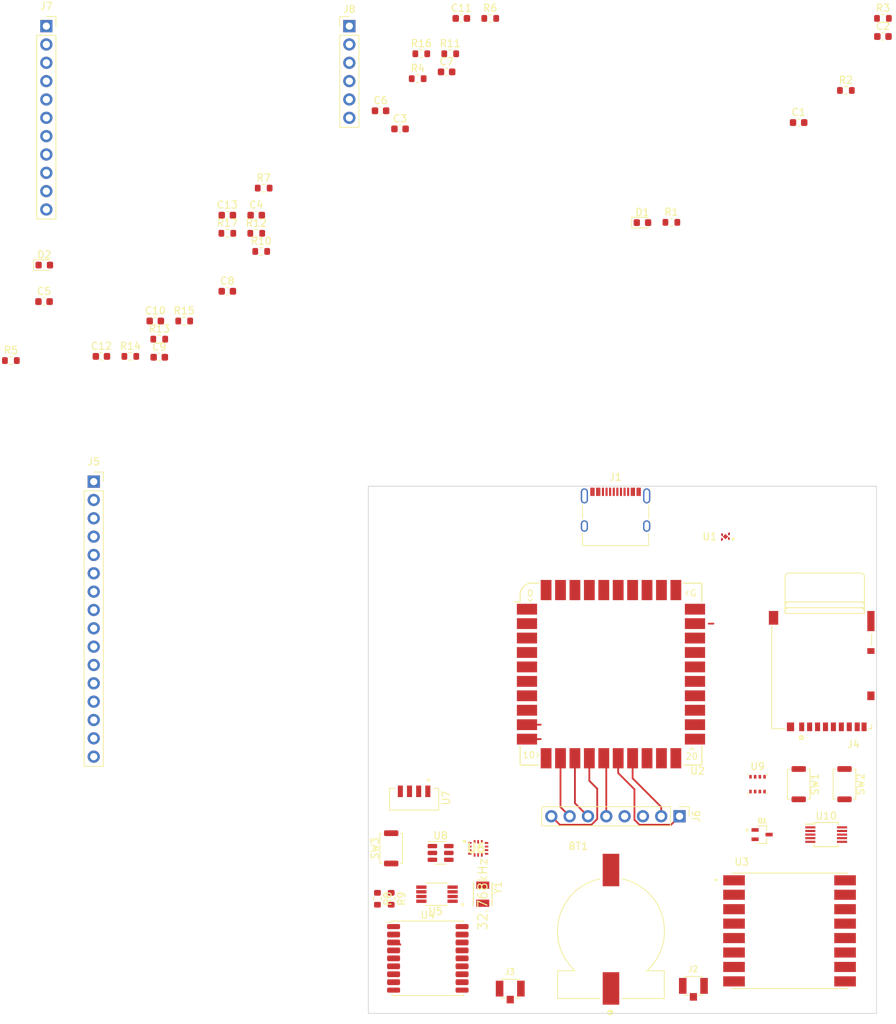
<source format=kicad_pcb>
(kicad_pcb (version 20211014) (generator pcbnew)
  (layers (0 "F.Cu" signal) (31 "B.Cu" signal) (34 "B.Paste" user) (35 "F.Paste" user) (36 "B.SilkS" user "B.Silkscreen") (37 "F.SilkS" user "F.Silkscreen") (38 "B.Mask" user) (39 "F.Mask" user) (44 "Edge.Cuts" user))
  (net 0 "")
  (net 1 "+BATT")
  (net 2 "GND")
  (net 3 "3V3_REG")
  (net 4 "VBUS")
  (net 5 "Net-(C13-Pad1)")
  (net 6 "Net-(C13-Pad2)")
  (net 7 "Net-(D1-Pad1)")
  (net 8 "Net-(D2-Pad1)")
  (net 9 "TIMEPULSE")
  (net 10 "Net-(J1-PadA5)")
  (net 11 "USB_D+")
  (net 12 "USB_D-")
  (net 14 "Net-(J1-PadB5)")
  (net 16 "Net-(J2-Pad2)")
  (net 17 "Net-(J3-Pad2)")
  (net 18 "SDIO_DAT2")
  (net 19 "SDIO_DAT3")
  (net 20 "SDIO_CMD")
  (net 21 "SDIO_CLK")
  (net 22 "SDIO_DAT0")
  (net 23 "SDIO_DAT1")
  (net 24 "PWR_SDA")
  (net 25 "CAM_SCL")
  (net 26 "IMU_SDA")
  (net 27 "IMU_SCL")
  (net 28 "CAM_SCK")
  (net 29 "CAM_MISO")
  (net 30 "CAM_MOSI")
  (net 31 "CAM_CS")
  (net 32 "GNSS_RX")
  (net 33 "GNSS_TX")
  (net 34 "RFM_RESET")
  (net 35 "RFM_CS")
  (net 36 "Net-(R8-Pad2)")
  (net 37 "Net-(R9-Pad2)")
  (net 38 "Net-(SW1-Pad1)")
  (net 39 "Net-(SW2-Pad1)")
  (net 40 "Net-(SW3-Pad2)")
  (net 41 "unconnected-(U2-Pad32)")
  (net 56 "Net-(U5-Pad1)")
  (net 57 "Net-(U5-Pad2)")
  (net 63 "PWR_SCL")
  (net 64 "LTR_SDA")
  (net 65 "LTR_SCL")
  (net 66 "CAM_SDA")
  (net 67 "MAG_SDA")
  (net 68 "MAG_SCL")
  (net 69 "RTC_SDA")
  (net 70 "RTC_SCL")
  (net 71 "GNSS_SDA")
  (net 72 "GNSS_SCL")
  (net 73 "BME_SDA")
  (net 74 "BME_SCL")
  (footprint "S8411-45R:BAT_S8411-45R" (layer "F.Cu") (at 163.195 151.13)
    (fp_text reference "BT1" (at -4.545 -11.74) (layer "F.SilkS"))
    (fp_text value "S8411-45R")
    (pad "" np_thru_hole circle locked (at 0 3.725) (size 1.3 1.3) (drill 1.3) (layers *.Cu *.Mask))
    (pad "" np_thru_hole circle locked (at 0 -3.725) (size 1.05 1.05) (drill 1.05) (layers *.Cu *.Mask))
    (pad "N" smd rect locked (at 0 -8.425 90) (size 4.5 2.3) (layers "F.Cu" "F.Paste" "F.Mask") (net 2 "GND"))
    (pad "P" smd rect locked (at 0 7.975 90) (size 4.5 2.3) (layers "F.Cu" "F.Paste" "F.Mask") (net 1 "+BATT"))
  )
  (footprint "Connector_USB:USB_C_Receptacle_XKB_U262-16XN-4BVC11" (layer "F.Cu") (at 163.83 93.98)
    (fp_text reference "J1" (at 0 -5.715) (layer "F.SilkS"))
    (fp_text value "USB_C_Receptacle_USB2.0" hide)
    (pad "" np_thru_hole circle (at 2.89 -2.605) (size 0.65 0.65) (drill 0.65) (layers *.Cu *.Mask))
    (pad "" np_thru_hole circle (at -2.89 -2.605) (size 0.65 0.65) (drill 0.65) (layers *.Cu *.Mask))
    (pad "A1" smd rect (at -3.35 -3.67) (size 0.3 1.15) (layers "F.Cu" "F.Paste" "F.Mask") (net 2 "GND"))
    (pad "A4" smd rect (at -2.55 -3.67) (size 0.3 1.15) (layers "F.Cu" "F.Paste" "F.Mask") (net 4 "VBUS"))
    (pad "A5" smd rect (at -1.25 -3.67) (size 0.3 1.15) (layers "F.Cu" "F.Paste" "F.Mask") (net 10 "Net-(J1-PadA5)"))
    (pad "A6" smd rect (at -0.25 -3.67) (size 0.3 1.15) (layers "F.Cu" "F.Paste" "F.Mask") (net 11 "USB_D+"))
    (pad "A7" smd rect (at 0.25 -3.67) (size 0.3 1.15) (layers "F.Cu" "F.Paste" "F.Mask") (net 12 "USB_D-"))
    (pad "A8" smd rect (at 1.25 -3.67) (size 0.3 1.15) (layers "F.Cu" "F.Paste" "F.Mask"))
    (pad "A9" smd rect (at 2.55 -3.67) (size 0.3 1.15) (layers "F.Cu" "F.Paste" "F.Mask") (net 4 "VBUS"))
    (pad "A12" smd rect (at 3.35 -3.67) (size 0.3 1.15) (layers "F.Cu" "F.Paste" "F.Mask") (net 2 "GND"))
    (pad "B1" smd rect (at 3.05 -3.67) (size 0.3 1.15) (layers "F.Cu" "F.Paste" "F.Mask") (net 2 "GND"))
    (pad "B4" smd rect (at 2.25 -3.67) (size 0.3 1.15) (layers "F.Cu" "F.Paste" "F.Mask") (net 4 "VBUS"))
    (pad "B5" smd rect (at 1.75 -3.67) (size 0.3 1.15) (layers "F.Cu" "F.Paste" "F.Mask") (net 14 "Net-(J1-PadB5)"))
    (pad "B6" smd rect (at 0.75 -3.67) (size 0.3 1.15) (layers "F.Cu" "F.Paste" "F.Mask") (net 11 "USB_D+"))
    (pad "B7" smd rect (at -0.75 -3.67) (size 0.3 1.15) (layers "F.Cu" "F.Paste" "F.Mask") (net 12 "USB_D-"))
    (pad "B8" smd rect (at -1.75 -3.67) (size 0.3 1.15) (layers "F.Cu" "F.Paste" "F.Mask"))
    (pad "B9" smd rect (at -2.25 -3.67) (size 0.3 1.15) (layers "F.Cu" "F.Paste" "F.Mask") (net 4 "VBUS"))
    (pad "B12" smd rect (at -3.05 -3.67) (size 0.3 1.15) (layers "F.Cu" "F.Paste" "F.Mask") (net 2 "GND"))
    (pad "S1" thru_hole oval (at 4.32 -3.105) (size 1 2.1) (drill oval 0.6 1.7) (layers *.Cu *.Mask) (net 2 "GND"))
    (pad "S1" thru_hole oval (at -4.32 1.075) (size 1 1.6) (drill oval 0.6 1.2) (layers *.Cu *.Mask) (net 2 "GND"))
    (pad "S1" thru_hole oval (at -4.32 -3.105) (size 1 2.1) (drill oval 0.6 1.7) (layers *.Cu *.Mask) (net 2 "GND"))
    (pad "S1" thru_hole oval (at 4.32 1.075) (size 1 1.6) (drill oval 0.6 1.2) (layers *.Cu *.Mask) (net 2 "GND"))
  )
  (footprint "Capacitor_SMD:C_0603_1608Metric" (layer "F.Cu") (at 109.99 51.99)
    (fp_text reference "C13" (at 0 -1.43) (layer "F.SilkS"))
    (fp_text value "470pF")
    (pad "1" smd roundrect (at -0.775 0) (size 0.9 0.95) (layers "F.Cu" "F.Paste" "F.Mask") (net 5 "Net-(C13-Pad1)"))
    (pad "2" smd roundrect (at 0.775 0) (size 0.9 0.95) (layers "F.Cu" "F.Paste" "F.Mask") (net 6 "Net-(C13-Pad2)"))
  )
  (footprint "Resistor_SMD:R_0603_1608Metric" (layer "F.Cu") (at 146.45 24.73)
    (fp_text reference "R6" (at 0 -1.43) (layer "F.SilkS"))
    (fp_text value "10k")
    (pad "1" smd roundrect (at -0.825 0) (size 0.8 0.95) (layers "F.Cu" "F.Paste" "F.Mask") (net 3 "3V3_REG"))
    (pad "2" smd roundrect (at 0.825 0) (size 0.8 0.95) (layers "F.Cu" "F.Paste" "F.Mask") (net 72 "GNSS_SCL"))
  )
  (footprint "Connector_PinHeader_2.54mm:PinHeader_1x08_P2.54mm_Vertical" (layer "F.Cu") (at 172.705 135.255 -90)
    (fp_text reference "J6" (at 0 -2.33 90) (layer "F.SilkS"))
    (fp_text value "Arducam")
    (pad "1" thru_hole rect (at 0 0 270) (size 1.7 1.7) (drill 1) (layers *.Cu *.Mask) (net 25 "CAM_SCL"))
    (pad "2" thru_hole oval (at 0 2.54 270) (size 1.7 1.7) (drill 1) (layers *.Cu *.Mask) (net 66 "CAM_SDA"))
    (pad "3" thru_hole oval (at 0 5.08 270) (size 1.7 1.7) (drill 1) (layers *.Cu *.Mask) (net 3 "3V3_REG"))
    (pad "4" thru_hole oval (at 0 7.62 270) (size 1.7 1.7) (drill 1) (layers *.Cu *.Mask) (net 2 "GND"))
    (pad "5" thru_hole oval (at 0 10.16 270) (size 1.7 1.7) (drill 1) (layers *.Cu *.Mask) (net 28 "CAM_SCK"))
    (pad "6" thru_hole oval (at 0 12.7 270) (size 1.7 1.7) (drill 1) (layers *.Cu *.Mask) (net 29 "CAM_MISO"))
    (pad "7" thru_hole oval (at 0 15.24 270) (size 1.7 1.7) (drill 1) (layers *.Cu *.Mask) (net 30 "CAM_MOSI"))
    (pad "8" thru_hole oval (at 0 17.78 270) (size 1.7 1.7) (drill 1) (layers *.Cu *.Mask) (net 31 "CAM_CS"))
  )
  (footprint "eec:Abracon-ABS07-120-0-0-MFG" (layer "F.Cu") (at 145.415 146.05 -90)
    (fp_text reference "Y1" (at -1.9 -2.125 90) (layer "F.SilkS") (effects (justify right)))
    (fp_text value "32.768kHz" (at 0 0 90) (layer "F.SilkS") (effects (font (size 1.27 1.27))))
    (pad "1" smd rect locked (at -1.25 0 270) (size 1 1.8) (layers "F.Cu" "F.Paste" "F.Mask") (net 57 "Net-(U5-Pad2)"))
    (pad "2" smd rect locked (at 1.25 0 270) (size 1 1.8) (layers "F.Cu" "F.Paste" "F.Mask") (net 56 "Net-(U5-Pad1)"))
  )
  (footprint "Capacitor_SMD:C_0603_1608Metric" (layer "F.Cu") (at 109.99 62.53)
    (fp_text reference "C8" (at 0 -1.43) (layer "F.SilkS"))
    (fp_text value "100nF")
    (pad "1" smd roundrect (at -0.775 0) (size 0.9 0.95) (layers "F.Cu" "F.Paste" "F.Mask") (net 2 "GND"))
    (pad "2" smd roundrect (at 0.775 0) (size 0.9 0.95) (layers "F.Cu" "F.Paste" "F.Mask") (net 3 "3V3_REG"))
  )
  (footprint "Resistor_SMD:R_0603_1608Metric" (layer "F.Cu") (at 96.54 71.55)
    (fp_text reference "R14" (at 0 -1.43) (layer "F.SilkS"))
    (fp_text value "10k")
    (pad "1" smd roundrect (at -0.825 0) (size 0.8 0.95) (layers "F.Cu" "F.Paste" "F.Mask") (net 3 "3V3_REG"))
    (pad "2" smd roundrect (at 0.825 0) (size 0.8 0.95) (layers "F.Cu" "F.Paste" "F.Mask") (net 67 "MAG_SDA"))
  )
  (footprint "Package_SO:MSOP-10_3x3mm_P0.5mm" (layer "F.Cu") (at 193.04 137.795)
    (fp_text reference "U10" (at 0 -2.6) (layer "F.SilkS"))
    (fp_text value "LTC2990")
    (pad "1" smd rect (at -2.2 -1) (size 1.4 0.3) (layers "F.Cu" "F.Paste" "F.Mask") (net 3 "3V3_REG"))
    (pad "2" smd rect (at -2.2 -0.5) (size 1.4 0.3) (layers "F.Cu" "F.Paste" "F.Mask") (net 3 "3V3_REG"))
    (pad "3" smd rect (at -2.2 0) (size 1.4 0.3) (layers "F.Cu" "F.Paste" "F.Mask") (net 5 "Net-(C13-Pad1)"))
    (pad "4" smd rect (at -2.2 0.5) (size 1.4 0.3) (layers "F.Cu" "F.Paste" "F.Mask") (net 6 "Net-(C13-Pad2)"))
    (pad "5" smd rect (at -2.2 1) (size 1.4 0.3) (layers "F.Cu" "F.Paste" "F.Mask") (net 2 "GND"))
    (pad "6" smd rect (at 2.2 1) (size 1.4 0.3) (layers "F.Cu" "F.Paste" "F.Mask") (net 24 "PWR_SDA"))
    (pad "7" smd rect (at 2.2 0.5) (size 1.4 0.3) (layers "F.Cu" "F.Paste" "F.Mask") (net 63 "PWR_SCL"))
    (pad "8" smd rect (at 2.2 0) (size 1.4 0.3) (layers "F.Cu" "F.Paste" "F.Mask") (net 2 "GND"))
    (pad "9" smd rect (at 2.2 -0.5) (size 1.4 0.3) (layers "F.Cu" "F.Paste" "F.Mask") (net 2 "GND"))
    (pad "10" smd rect (at 2.2 -1) (size 1.4 0.3) (layers "F.Cu" "F.Paste" "F.Mask") (net 3 "3V3_REG"))
  )
  (footprint "ISM330DHCXTR:LGA-14_2.5X3X0.86_" (layer "F.Cu") (at 144.78 139.7)
    (fp_text reference "U6" (at -0.29 -0.006) (layer "F.SilkS") (effects (font (size 1.27 1.27) (thickness 0.254))))
    (fp_text value "ISM330DHCXTR" hide)
    (pad "1" smd rect locked (at -1.1625 -0.75 90) (size 0.25 0.475) (layers "F.Cu" "F.Paste" "F.Mask") (net 2 "GND"))
    (pad "2" smd rect locked (at -1.1625 -0.25 90) (size 0.25 0.475) (layers "F.Cu" "F.Paste" "F.Mask") (net 2 "GND"))
    (pad "3" smd rect locked (at -1.1625 0.25 90) (size 0.25 0.475) (layers "F.Cu" "F.Paste" "F.Mask") (net 2 "GND"))
    (pad "4" smd rect locked (at -1.1625 0.75 90) (size 0.25 0.475) (layers "F.Cu" "F.Paste" "F.Mask"))
    (pad "5" smd rect locked (at -0.5 0.9125) (size 0.25 0.475) (layers "F.Cu" "F.Paste" "F.Mask") (net 3 "3V3_REG"))
    (pad "6" smd rect locked (at 0 0.9125) (size 0.25 0.475) (layers "F.Cu" "F.Paste" "F.Mask") (net 2 "GND"))
    (pad "7" smd rect locked (at 0.5 0.9125) (size 0.25 0.475) (layers "F.Cu" "F.Paste" "F.Mask") (net 2 "GND"))
    (pad "8" smd rect locked (at 1.1625 0.75 90) (size 0.25 0.475) (layers "F.Cu" "F.Paste" "F.Mask") (net 3 "3V3_REG"))
    (pad "9" smd rect locked (at 1.1625 0.25 90) (size 0.25 0.475) (layers "F.Cu" "F.Paste" "F.Mask"))
    (pad "10" smd rect locked (at 1.1625 -0.25 90) (size 0.25 0.475) (layers "F.Cu" "F.Paste" "F.Mask"))
    (pad "11" smd rect locked (at 1.1625 -0.75 90) (size 0.25 0.475) (layers "F.Cu" "F.Paste" "F.Mask"))
    (pad "12" smd rect locked (at 0.5 -0.9125) (size 0.25 0.475) (layers "F.Cu" "F.Paste" "F.Mask") (net 3 "3V3_REG"))
    (pad "13" smd rect locked (at 0 -0.9125) (size 0.25 0.475) (layers "F.Cu" "F.Paste" "F.Mask") (net 27 "IMU_SCL"))
    (pad "14" smd rect locked (at -0.5 -0.9125) (size 0.25 0.475) (layers "F.Cu" "F.Paste" "F.Mask") (net 26 "IMU_SDA"))
  )
  (footprint "Resistor_SMD:R_0603_1608Metric" (layer "F.Cu") (at 195.77 34.71)
    (fp_text reference "R2" (at 0 -1.43) (layer "F.SilkS"))
    (fp_text value "5.1K")
    (pad "1" smd roundrect (at -0.825 0) (size 0.8 0.95) (layers "F.Cu" "F.Paste" "F.Mask") (net 10 "Net-(J1-PadA5)"))
    (pad "2" smd roundrect (at 0.825 0) (size 0.8 0.95) (layers "F.Cu" "F.Paste" "F.Mask") (net 2 "GND"))
  )
  (footprint "u.fl:HRS_U.FL-R-SMT-1(10)" (layer "F.Cu") (at 174.625 158.75)
    (fp_text reference "J2" (at -0.060105 -2.311695) (layer "F.SilkS") (effects (font (size 0.801283 0.801283))))
    (fp_text value "Radio u.fl")
    (pad "1" smd rect locked (at -1.475 0) (size 1.05 2.2) (layers "F.Cu" "F.Paste" "F.Mask") (net 2 "GND"))
    (pad "2" smd rect locked (at 0 1.525) (size 1 1.05) (layers "F.Cu" "F.Paste" "F.Mask") (net 16 "Net-(J2-Pad2)"))
    (pad "3" smd rect locked (at 1.475 0) (size 1.05 2.2) (layers "F.Cu" "F.Paste" "F.Mask") (net 2 "GND"))
  )
  (footprint "Capacitor_SMD:C_0603_1608Metric" (layer "F.Cu") (at 114 51.99)
    (fp_text reference "C4" (at 0 -1.43) (layer "F.SilkS"))
    (fp_text value "1uF")
    (pad "1" smd roundrect (at -0.775 0) (size 0.9 0.95) (layers "F.Cu" "F.Paste" "F.Mask") (net 2 "GND"))
    (pad "2" smd roundrect (at 0.775 0) (size 0.9 0.95) (layers "F.Cu" "F.Paste" "F.Mask") (net 3 "3V3_REG"))
  )
  (footprint "Resistor_SMD:R_0603_1608Metric" (layer "F.Cu") (at 100.55 69.16)
    (fp_text reference "R13" (at 0 -1.43) (layer "F.SilkS"))
    (fp_text value "10k")
    (pad "1" smd roundrect (at -0.825 0) (size 0.8 0.95) (layers "F.Cu" "F.Paste" "F.Mask") (net 3 "3V3_REG"))
    (pad "2" smd roundrect (at 0.825 0) (size 0.8 0.95) (layers "F.Cu" "F.Paste" "F.Mask") (net 68 "MAG_SCL"))
  )
  (footprint "Resistor_SMD:R_0603_1608Metric" (layer "F.Cu") (at 114.69 57.01)
    (fp_text reference "R10" (at 0 -1.43) (layer "F.SilkS"))
    (fp_text value "1k")
    (pad "1" smd roundrect (at -0.825 0) (size 0.8 0.95) (layers "F.Cu" "F.Paste" "F.Mask") (net 8 "Net-(D2-Pad1)"))
    (pad "2" smd roundrect (at 0.825 0) (size 0.8 0.95) (layers "F.Cu" "F.Paste" "F.Mask") (net 2 "GND"))
  )
  (footprint "RP2040_Stamp:RP2040_Stamp_SMD" (layer "F.Cu") (at 163.195 115.57)
    (fp_text reference "U2" (at 12 13.4 unlocked) (layer "F.SilkS"))
    (fp_text value "RP2040_Stamp")
    (fp_text user "0" (at -11.2 -11.2 unlocked) (layer "F.SilkS") (effects (font (size 0.9 0.9) (thickness 0.12))))
    (fp_text user "G" (at 11.4 -11.2 unlocked) (layer "F.SilkS") (effects (font (size 0.9 0.9) (thickness 0.12))))
    (fp_text user "10" (at -11.4 11.2 unlocked) (layer "F.SilkS") (effects (font (size 0.9 0.9) (thickness 0.12))))
    (fp_text user "20" (at 11.2 11.4 unlocked) (layer "F.SilkS") (effects (font (size 0.9 0.9) (thickness 0.12))))
    (pad "1" smd rect (at -11.65 -9) (size 2.8 1.5) (layers "F.Cu" "F.Paste" "F.Mask") (net 32 "GNSS_RX"))
    (pad "2" smd rect (at -11.65 -7) (size 2.8 1.5) (layers "F.Cu" "F.Paste" "F.Mask") (net 33 "GNSS_TX"))
    (pad "3" smd rect (at -11.65 -5) (size 2.8 1.5) (layers "F.Cu" "F.Paste" "F.Mask") (net 26 "IMU_SDA"))
    (pad "4" smd rect (at -11.65 -3) (size 2.8 1.5) (layers "F.Cu" "F.Paste" "F.Mask") (net 27 "IMU_SCL"))
    (pad "5" smd rect (at -11.65 -1) (size 2.8 1.5) (layers "F.Cu" "F.Paste" "F.Mask") (net 64 "LTR_SDA"))
    (pad "6" smd rect (at -11.65 1) (size 2.8 1.5) (layers "F.Cu" "F.Paste" "F.Mask") (net 65 "LTR_SCL"))
    (pad "7" smd rect (at -11.65 3) (size 2.8 1.5) (layers "F.Cu" "F.Paste" "F.Mask") (net 67 "MAG_SDA"))
    (pad "8" smd rect (at -11.65 5) (size 2.8 1.5) (layers "F.Cu" "F.Paste" "F.Mask") (net 68 "MAG_SCL"))
    (pad "9" smd rect (at -11.65 7) (size 2.8 1.5) (layers "F.Cu" "F.Paste" "F.Mask") (net 69 "RTC_SDA"))
    (pad "10" smd rect (at -11.65 9) (size 2.8 1.5) (layers "F.Cu" "F.Paste" "F.Mask") (net 70 "RTC_SCL"))
    (pad "11" smd rect (at -9 11.65 270) (size 2.8 1.5) (layers "F.Cu" "F.Paste" "F.Mask") (net 71 "GNSS_SDA"))
    (pad "12" smd rect (at -7 11.65 270) (size 2.8 1.5) (layers "F.Cu" "F.Paste" "F.Mask") (net 30 "CAM_MOSI"))
    (pad "13" smd rect (at -5 11.65 270) (size 2.8 1.5) (layers "F.Cu" "F.Paste" "F.Mask") (net 29 "CAM_MISO"))
    (pad "14" smd rect (at -3 11.65 270) (size 2.8 1.5) (layers "F.Cu" "F.Paste" "F.Mask") (net 31 "CAM_CS"))
    (pad "15" smd rect (at -1 11.65 270) (size 2.8 1.5) (layers "F.Cu" "F.Paste" "F.Mask") (net 28 "CAM_SCK"))
    (pad "16" smd rect (at 1 11.65 270) (size 2.8 1.5) (layers "F.Cu" "F.Paste" "F.Mask") (net 25 "CAM_SCL"))
    (pad "17" smd rect (at 3 11.65 270) (size 2.8 1.5) (layers "F.Cu" "F.Paste" "F.Mask") (net 66 "CAM_SDA"))
    (pad "18" smd rect (at 5 11.65 270) (size 2.8 1.5) (layers "F.Cu" "F.Paste" "F.Mask") (net 35 "RFM_CS"))
    (pad "19" smd rect (at 7 11.65 270) (size 2.8 1.5) (layers "F.Cu" "F.Paste" "F.Mask") (net 34 "RFM_RESET"))
    (pad "20" smd rect (at 9 11.65 270) (size 2.8 1.5) (layers "F.Cu" "F.Paste" "F.Mask") (net 23 "SDIO_DAT1"))
    (pad "21" smd rect (at 11.65 9) (size 2.8 1.5) (layers "F.Cu" "F.Paste" "F.Mask") (net 22 "SDIO_DAT0"))
    (pad "22" smd rect (at 11.65 7) (size 2.8 1.5) (layers "F.Cu" "F.Paste" "F.Mask") (net 21 "SDIO_CLK"))
    (pad "23" smd rect (at 11.65 5) (size 2.8 1.5) (layers "F.Cu" "F.Paste" "F.Mask") (net 20 "SDIO_CMD"))
    (pad "24" smd rect (at 11.65 3) (size 2.8 1.5) (layers "F.Cu" "F.Paste" "F.Mask") (net 19 "SDIO_DAT3"))
    (pad "25" smd rect (at 11.65 1) (size 2.8 1.5) (layers "F.Cu" "F.Paste" "F.Mask") (net 18 "SDIO_DAT2"))
    (pad "26" smd rect (at 11.65 -1) (size 2.8 1.5) (layers "F.Cu" "F.Paste" "F.Mask") (net 72 "GNSS_SCL"))
    (pad "27" smd rect (at 11.65 -3) (size 2.8 1.5) (layers "F.Cu" "F.Paste" "F.Mask") (net 73 "BME_SDA"))
    (pad "28" smd rect (at 11.65 -5) (size 2.8 1.5) (layers "F.Cu" "F.Paste" "F.Mask") (net 74 "BME_SCL"))
    (pad "29" smd rect (at 11.65 -7) (size 2.8 1.5) (layers "F.Cu" "F.Paste" "F.Mask") (net 24 "PWR_SDA"))
    (pad "30" smd rect (at 11.65 -9) (size 2.8 1.5) (layers "F.Cu" "F.Paste" "F.Mask") (net 63 "PWR_SCL"))
    (pad "31" smd rect (at 9 -11.65 270) (size 2.8 1.5) (layers "F.Cu" "F.Paste" "F.Mask") (net 2 "GND"))
    (pad "32" smd rect (at 7 -11.65 270) (size 2.8 1.5) (layers "F.Cu" "F.Paste" "F.Mask") (net 41 "unconnected-(U2-Pad32)"))
    (pad "33" smd rect (at 5 -11.65 270) (size 2.8 1.5) (layers "F.Cu" "F.Paste" "F.Mask") (net 4 "VBUS"))
    (pad "34" smd rect (at 3 -11.65 270) (size 2.8 1.5) (layers "F.Cu" "F.Paste" "F.Mask"))
    (pad "35" smd rect (at 1 -11.65 270) (size 2.8 1.5) (layers "F.Cu" "F.Paste" "F.Mask") (net 12 "USB_D-"))
    (pad "36" smd rect (at -1 -11.65 270) (size 2.8 1.5) (layers "F.Cu" "F.Paste" "F.Mask") (net 11 "USB_D+"))
    (pad "37" smd rect (at -3 -11.65 270) (size 2.8 1.5) (layers "F.Cu" "F.Paste" "F.Mask"))
    (pad "38" smd rect (at -5 -11.65 270) (size 2.8 1.5) (layers "F.Cu" "F.Paste" "F.Mask"))
    (pad "39" smd rect (at -7 -11.65 270) (size 2.8 1.5) (layers "F.Cu" "F.Paste" "F.Mask") (net 39 "Net-(SW2-Pad1)"))
    (pad "40" smd rect (at -9 -11.65 270) (size 2.8 1.5) (layers "F.Cu" "F.Paste" "F.Mask") (net 38 "Net-(SW1-Pad1)"))
  )
  (footprint "DS1339BU_T:SOP65P490X110-8N" (layer "F.Cu") (at 139.065 146.05 180)
    (fp_text reference "U5" (at 0.205 -2.362) (layer "F.SilkS"))
    (fp_text value "DS1339BU+T")
    (pad "1" smd roundrect locked (at -2.165 -0.975 180) (size 1.42 0.47) (layers "F.Cu" "F.Paste" "F.Mask") (roundrect_rratio 0.06) (net 56 "Net-(U5-Pad1)"))
    (pad "2" smd roundrect locked (at -2.165 -0.325 180) (size 1.42 0.47) (layers "F.Cu" "F.Paste" "F.Mask") (roundrect_rratio 0.06) (net 57 "Net-(U5-Pad2)"))
    (pad "3" smd roundrect locked (at -2.165 0.325 180) (size 1.42 0.47) (layers "F.Cu" "F.Paste" "F.Mask") (roundrect_rratio 0.06) (net 1 "+BATT"))
    (pad "4" smd roundrect locked (at -2.165 0.975 180) (size 1.42 0.47) (layers "F.Cu" "F.Paste" "F.Mask") (roundrect_rratio 0.06) (net 2 "GND"))
    (pad "5" smd roundrect locked (at 2.165 0.975 180) (size 1.42 0.47) (layers "F.Cu" "F.Paste" "F.Mask") (roundrect_rratio 0.06) (net 69 "RTC_SDA"))
    (pad "6" smd roundrect locked (at 2.165 0.325 180) (size 1.42 0.47) (layers "F.Cu" "F.Paste" "F.Mask") (roundrect_rratio 0.06) (net 70 "RTC_SCL"))
    (pad "7" smd roundrect locked (at 2.165 -0.325 180) (size 1.42 0.47) (layers "F.Cu" "F.Paste" "F.Mask") (roundrect_rratio 0.06))
    (pad "8" smd roundrect locked (at 2.165 -0.975 180) (size 1.42 0.47) (layers "F.Cu" "F.Paste" "F.Mask") (roundrect_rratio 0.06) (net 3 "3V3_REG"))
  )
  (footprint "Capacitor_SMD:C_0603_1608Metric" (layer "F.Cu") (at 142.44 24.73)
    (fp_text reference "C11" (at 0 -1.43) (layer "F.SilkS"))
    (fp_text value "1uF")
    (pad "1" smd roundrect (at -0.775 0) (size 0.9 0.95) (layers "F.Cu" "F.Paste" "F.Mask") (net 2 "GND"))
    (pad "2" smd roundrect (at 0.775 0) (size 0.9 0.95) (layers "F.Cu" "F.Paste" "F.Mask") (net 3 "3V3_REG"))
  )
  (footprint "Resistor_SMD:R_0603_1608Metric" (layer "F.Cu") (at 136.39 33.08)
    (fp_text reference "R4" (at 0 -1.43) (layer "F.SilkS"))
    (fp_text value "10k")
    (pad "1" smd roundrect (at -0.825 0) (size 0.8 0.95) (layers "F.Cu" "F.Paste" "F.Mask") (net 3 "3V3_REG"))
    (pad "2" smd roundrect (at 0.825 0) (size 0.8 0.95) (layers "F.Cu" "F.Paste" "F.Mask") (net 71 "GNSS_SDA"))
  )
  (footprint "Package_TO_SOT_SMD:SOT-23-6" (layer "F.Cu") (at 139.5675 140.335)
    (fp_text reference "U8" (at 0 -2.4) (layer "F.SilkS"))
    (fp_text value "TLV493D")
    (pad "1" smd roundrect (at -1.1375 -0.95) (size 1.325 0.6) (layers "F.Cu" "F.Paste" "F.Mask") (net 68 "MAG_SCL"))
    (pad "2" smd roundrect (at -1.1375 0) (size 1.325 0.6) (layers "F.Cu" "F.Paste" "F.Mask") (net 2 "GND"))
    (pad "3" smd roundrect (at -1.1375 0.95) (size 1.325 0.6) (layers "F.Cu" "F.Paste" "F.Mask") (net 2 "GND"))
    (pad "4" smd roundrect (at 1.1375 0.95) (size 1.325 0.6) (layers "F.Cu" "F.Paste" "F.Mask") (net 3 "3V3_REG"))
    (pad "5" smd roundrect (at 1.1375 0) (size 1.325 0.6) (layers "F.Cu" "F.Paste" "F.Mask") (net 2 "GND"))
    (pad "6" smd roundrect (at 1.1375 -0.95) (size 1.325 0.6) (layers "F.Cu" "F.Paste" "F.Mask") (net 67 "MAG_SDA"))
  )
  (footprint "Button_Switch_SMD:SW_Push_SPST_NO_Alps_SKRK" (layer "F.Cu") (at 132.715 139.7 90)
    (fp_text reference "SW3" (at 0 -2.25 90) (layer "F.SilkS"))
    (fp_text value "RESET")
    (pad "1" smd roundrect (at -2.1 0 90) (size 0.8 2) (layers "F.Cu" "F.Paste" "F.Mask") (net 2 "GND"))
    (pad "2" smd roundrect (at 2.1 0 90) (size 0.8 2) (layers "F.Cu" "F.Paste" "F.Mask") (net 40 "Net-(SW3-Pad2)"))
  )
  (footprint "Resistor_SMD:R_0603_1608Metric" (layer "F.Cu") (at 104.01 66.65)
    (fp_text reference "R15" (at 0 -1.43) (layer "F.SilkS"))
    (fp_text value "4.7k")
    (pad "1" smd roundrect (at -0.825 0) (size 0.8 0.95) (layers "F.Cu" "F.Paste" "F.Mask") (net 3 "3V3_REG"))
    (pad "2" smd roundrect (at 0.825 0) (size 0.8 0.95) (layers "F.Cu" "F.Paste" "F.Mask") (net 73 "BME_SDA"))
  )
  (footprint "Capacitor_SMD:C_0603_1608Metric" (layer "F.Cu") (at 140.4 32.14)
    (fp_text reference "C7" (at 0 -1.43) (layer "F.SilkS"))
    (fp_text value "1uF")
    (pad "1" smd roundrect (at -0.775 0) (size 0.9 0.95) (layers "F.Cu" "F.Paste" "F.Mask") (net 2 "GND"))
    (pad "2" smd roundrect (at 0.775 0) (size 0.9 0.95) (layers "F.Cu" "F.Paste" "F.Mask") (net 3 "3V3_REG"))
  )
  (footprint "Resistor_SMD:R_0603_1608Metric" (layer "F.Cu") (at 130.81 146.685 -90)
    (fp_text reference "R8" (at 0 -1.43 90) (layer "F.SilkS"))
    (fp_text value "470")
    (pad "1" smd roundrect (at -0.825 0 270) (size 0.8 0.95) (layers "F.Cu" "F.Paste" "F.Mask") (net 32 "GNSS_RX"))
    (pad "2" smd roundrect (at 0.825 0 270) (size 0.8 0.95) (layers "F.Cu" "F.Paste" "F.Mask") (net 36 "Net-(R8-Pad2)"))
  )
  (footprint "Capacitor_SMD:C_0603_1608Metric" (layer "F.Cu") (at 92.53 71.55)
    (fp_text reference "C12" (at 0 -1.43) (layer "F.SilkS"))
    (fp_text value "1uF")
    (pad "1" smd roundrect (at -0.775 0) (size 0.9 0.95) (layers "F.Cu" "F.Paste" "F.Mask") (net 2 "GND"))
    (pad "2" smd roundrect (at 0.775 0) (size 0.9 0.95) (layers "F.Cu" "F.Paste" "F.Mask") (net 3 "3V3_REG"))
  )
  (footprint "SOT65:SOT65P210X100-3N" (layer "F.Cu") (at 184.15 137.795)
    (fp_text reference "Q1" (at 0.032 -1.9064) (layer "F.SilkS") (effects (font (size 0.64 0.64))))
    (fp_text value "UMT3904T106")
    (pad "1" smd roundrect locked (at -0.97 -0.65) (size 0.99 0.5) (layers "F.Cu" "F.Paste" "F.Mask") (roundrect_rratio 0.06) (net 5 "Net-(C13-Pad1)"))
    (pad "2" smd roundrect locked (at -0.97 0.65) (size 0.99 0.5) (layers "F.Cu" "F.Paste" "F.Mask") (roundrect_rratio 0.06) (net 5 "Net-(C13-Pad1)"))
    (pad "3" smd roundrect locked (at 0.97 0) (size 0.99 0.5) (layers "F.Cu" "F.Paste" "F.Mask") (roundrect_rratio 0.06) (net 6 "Net-(C13-Pad2)"))
  )
  (footprint "Resistor_SMD:R_0603_1608Metric" (layer "F.Cu") (at 140.9 29.63)
    (fp_text reference "R11" (at 0 -1.43) (layer "F.SilkS"))
    (fp_text value "10k")
    (pad "1" smd roundrect (at -0.825 0) (size 0.8 0.95) (layers "F.Cu" "F.Paste" "F.Mask") (net 3 "3V3_REG"))
    (pad "2" smd roundrect (at 0.825 0) (size 0.8 0.95) (layers "F.Cu" "F.Paste" "F.Mask") (net 26 "IMU_SDA"))
  )
  (footprint "Capacitor_SMD:C_0603_1608Metric" (layer "F.Cu") (at 133.94 40.04)
    (fp_text reference "C3" (at 0 -1.43) (layer "F.SilkS"))
    (fp_text value "1uF")
    (pad "1" smd roundrect (at -0.775 0) (size 0.9 0.95) (layers "F.Cu" "F.Paste" "F.Mask") (net 2 "GND"))
    (pad "2" smd roundrect (at 0.775 0) (size 0.9 0.95) (layers "F.Cu" "F.Paste" "F.Mask") (net 3 "3V3_REG"))
  )
  (footprint "LED_SMD:LED_0603_1608Metric" (layer "F.Cu") (at 84.61 58.9)
    (fp_text reference "D2" (at 0 -1.43) (layer "F.SilkS"))
    (fp_text value "LED")
    (pad "1" smd roundrect (at -0.7875 0) (size 0.875 0.95) (layers "F.Cu" "F.Paste" "F.Mask") (net 8 "Net-(D2-Pad1)"))
    (pad "2" smd roundrect (at 0.7875 0) (size 0.875 0.95) (layers "F.Cu" "F.Paste" "F.Mask") (net 9 "TIMEPULSE"))
  )
  (footprint "Connector_PinSocket_2.54mm:PinSocket_1x11_P2.54mm_Vertical" (layer "F.Cu") (at 84.89 25.8)
    (fp_text reference "J7" (at 0 -2.77) (layer "F.SilkS"))
    (fp_text value "UART+SPI")
    (pad "1" thru_hole rect (at 0 0) (size 1.7 1.7) (drill 1) (layers *.Cu *.Mask) (net 32 "GNSS_RX"))
    (pad "2" thru_hole oval (at 0 2.54) (size 1.7 1.7) (drill 1) (layers *.Cu *.Mask) (net 33 "GNSS_TX"))
    (pad "3" thru_hole oval (at 0 5.08) (size 1.7 1.7) (drill 1) (layers *.Cu *.Mask) (net 34 "RFM_RESET"))
    (pad "4" thru_hole oval (at 0 7.62) (size 1.7 1.7) (drill 1) (layers *.Cu *.Mask) (net 28 "CAM_SCK"))
    (pad "5" thru_hole oval (at 0 10.16) (size 1.7 1.7) (drill 1) (layers *.Cu *.Mask) (net 30 "CAM_MOSI"))
    (pad "6" thru_hole oval (at 0 12.7) (size 1.7 1.7) (drill 1) (layers *.Cu *.Mask) (net 29 "CAM_MISO"))
    (pad "7" thru_hole oval (at 0 15.24) (size 1.7 1.7) (drill 1) (layers *.Cu *.Mask) (net 35 "RFM_CS"))
    (pad "8" thru_hole oval (at 0 17.78) (size 1.7 1.7) (drill 1) (layers *.Cu *.Mask) (net 28 "CAM_SCK"))
    (pad "9" thru_hole oval (at 0 20.32) (size 1.7 1.7) (drill 1) (layers *.Cu *.Mask) (net 29 "CAM_MISO"))
    (pad "10" thru_hole oval (at 0 22.86) (size 1.7 1.7) (drill 1) (layers *.Cu *.Mask) (net 30 "CAM_MOSI"))
    (pad "11" thru_hole oval (at 0 25.4) (size 1.7 1.7) (drill 1) (layers *.Cu *.Mask) (net 31 "CAM_CS"))
  )
  (footprint "Capacitor_SMD:C_0603_1608Metric" (layer "F.Cu") (at 200.91 27.24)
    (fp_text reference "C2" (at 0 -1.43) (layer "F.SilkS"))
    (fp_text value "1uF")
    (pad "1" smd roundrect (at -0.775 0) (size 0.9 0.95) (layers "F.Cu" "F.Paste" "F.Mask") (net 2 "GND"))
    (pad "2" smd roundrect (at 0.775 0) (size 0.9 0.95) (layers "F.Cu" "F.Paste" "F.Mask") (net 4 "VBUS"))
  )
  (footprint "Resistor_SMD:R_0603_1608Metric" (layer "F.Cu") (at 171.57 52.98)
    (fp_text reference "R1" (at 0 -1.43) (layer "F.SilkS"))
    (fp_text value "1k")
    (pad "1" smd roundrect (at -0.825 0) (size 0.8 0.95) (layers "F.Cu" "F.Paste" "F.Mask") (net 7 "Net-(D1-Pad1)"))
    (pad "2" smd roundrect (at 0.825 0) (size 0.8 0.95) (layers "F.Cu" "F.Paste" "F.Mask") (net 2 "GND"))
  )
  (footprint "RF_GPS:ublox_MAX" (layer "F.Cu") (at 137.795 154.94)
    (fp_text reference "U4" (at 0 -6) (layer "F.SilkS"))
    (fp_text value "MAX-M8Q")
    (pad "1" smd roundrect (at -4.75 -4.4) (size 1.8 0.7) (layers "F.Cu" "F.Paste" "F.Mask") (net 2 "GND"))
    (pad "2" smd roundrect (at -4.75 -3.3) (size 1.8 0.8) (layers "F.Cu" "F.Paste" "F.Mask") (net 37 "Net-(R9-Pad2)"))
    (pad "3" smd roundrect (at -4.75 -2.2) (size 1.8 0.8) (layers "F.Cu" "F.Paste" "F.Mask") (net 36 "Net-(R8-Pad2)"))
    (pad "4" smd roundrect (at -4.75 -1.1) (size 1.8 0.8) (layers "F.Cu" "F.Paste" "F.Mask") (net 9 "TIMEPULSE"))
    (pad "5" smd roundrect (at -4.75 0) (size 1.8 0.8) (layers "F.Cu" "F.Paste" "F.Mask"))
    (pad "6" smd roundrect (at -4.75 1.1) (size 1.8 0.8) (layers "F.Cu" "F.Paste" "F.Mask") (net 1 "+BATT"))
    (pad "7" smd roundrect (at -4.75 2.2) (size 1.8 0.8) (layers "F.Cu" "F.Paste" "F.Mask") (net 3 "3V3_REG"))
    (pad "8" smd roundrect (at -4.75 3.3) (size 1.8 0.8) (layers "F.Cu" "F.Paste" "F.Mask") (net 3 "3V3_REG"))
    (pad "9" smd roundrect (at -4.75 4.4) (size 1.8 0.7) (layers "F.Cu" "F.Paste" "F.Mask") (net 40 "Net-(SW3-Pad2)"))
    (pad "10" smd roundrect (at 4.75 4.4) (size 1.8 0.7) (layers "F.Cu" "F.Paste" "F.Mask") (net 2 "GND"))
    (pad "11" smd roundrect (at 4.75 3.3) (size 1.8 0.8) (layers "F.Cu" "F.Paste" "F.Mask") (net 17 "Net-(J3-Pad2)"))
    (pad "12" smd roundrect (at 4.75 2.2) (size 1.8 0.8) (layers "F.Cu" "F.Paste" "F.Mask") (net 2 "GND"))
    (pad "13" smd roundrect (at 4.75 1.1) (size 1.8 0.8) (layers "F.Cu" "F.Paste" "F.Mask"))
    (pad "14" smd roundrect (at 4.75 0) (size 1.8 0.8) (layers "F.Cu" "F.Paste" "F.Mask"))
    (pad "15" smd roundrect (at 4.75 -1.1) (size 1.8 0.8) (layers "F.Cu" "F.Paste" "F.Mask"))
    (pad "16" smd roundrect (at 4.75 -2.2) (size 1.8 0.8) (layers "F.Cu" "F.Paste" "F.Mask") (net 71 "GNSS_SDA"))
    (pad "17" smd roundrect (at 4.75 -3.3) (size 1.8 0.8) (layers "F.Cu" "F.Paste" "F.Mask") (net 72 "GNSS_SCL"))
    (pad "18" smd roundrect (at 4.75 -4.4) (size 1.8 0.7) (layers "F.Cu" "F.Paste" "F.Mask"))
  )
  (footprint "Capacitor_SMD:C_0603_1608Metric" (layer "F.Cu") (at 100 66.65)
    (fp_text reference "C10" (at 0 -1.43) (layer "F.SilkS"))
    (fp_text value "1uF")
    (pad "1" smd roundrect (at -0.775 0) (size 0.9 0.95) (layers "F.Cu" "F.Paste" "F.Mask") (net 2 "GND"))
    (pad "2" smd roundrect (at 0.775 0) (size 0.9 0.95) (layers "F.Cu" "F.Paste" "F.Mask") (net 3 "3V3_REG"))
  )
  (footprint "LED_SMD:LED_0603_1608Metric" (layer "F.Cu") (at 167.56 53.02)
    (fp_text reference "D1" (at 0 -1.43) (layer "F.SilkS"))
    (fp_text value "PWR")
    (pad "1" smd roundrect (at -0.7875 0) (size 0.875 0.95) (layers "F.Cu" "F.Paste" "F.Mask") (net 7 "Net-(D1-Pad1)"))
    (pad "2" smd roundrect (at 0.7875 0) (size 0.875 0.95) (layers "F.Cu" "F.Paste" "F.Mask") (net 3 "3V3_REG"))
  )
  (footprint "u.fl:HRS_U.FL-R-SMT-1(10)" (layer "F.Cu") (at 149.225 159.13)
    (fp_text reference "J3" (at -0.060105 -2.311695) (layer "F.SilkS") (effects (font (size 0.801283 0.801283))))
    (fp_text value "GPS u.fl")
    (pad "1" smd rect locked (at -1.475 0) (size 1.05 2.2) (layers "F.Cu" "F.Paste" "F.Mask") (net 2 "GND"))
    (pad "2" smd rect locked (at 0 1.525) (size 1 1.05) (layers "F.Cu" "F.Paste" "F.Mask") (net 17 "Net-(J3-Pad2)"))
    (pad "3" smd rect locked (at 1.475 0) (size 1.05 2.2) (layers "F.Cu" "F.Paste" "F.Mask") (net 2 "GND"))
  )
  (footprint "VEML7700-TT:XDCR_VEML7700-TT" (layer "F.Cu") (at 135.89 133.35 -90)
    (fp_text reference "U7" (at -0.635 -4.445 90) (layer "F.SilkS"))
    (fp_text value "VEML7700-TT")
    (pad "1" smd rect locked (at -1.55 -1.905 270) (size 1.6 0.7) (layers "F.Cu" "F.Paste" "F.Mask") (net 65 "LTR_SCL"))
    (pad "2" smd rect locked (at -1.55 -0.635 270) (size 1.6 0.7) (layers "F.Cu" "F.Paste" "F.Mask") (net 3 "3V3_REG"))
    (pad "3" smd rect locked (at -1.55 0.635 270) (size 1.6 0.7) (layers "F.Cu" "F.Paste" "F.Mask") (net 2 "GND"))
    (pad "4" smd rect locked (at -1.55 1.905 270) (size 1.6 0.7) (layers "F.Cu" "F.Paste" "F.Mask") (net 64 "LTR_SDA"))
  )
  (footprint "Resistor_SMD:R_0603_1608Metric" (layer "F.Cu") (at 136.89 29.63)
    (fp_text reference "R16" (at 0 -1.43) (layer "F.SilkS"))
    (fp_text value "4.7k")
    (pad "1" smd roundrect (at -0.825 0) (size 0.8 0.95) (layers "F.Cu" "F.Paste" "F.Mask") (net 3 "3V3_REG"))
    (pad "2" smd roundrect (at 0.825 0) (size 0.8 0.95) (layers "F.Cu" "F.Paste" "F.Mask") (net 74 "BME_SCL"))
  )
  (footprint "Capacitor_SMD:C_0603_1608Metric" (layer "F.Cu") (at 189.22 39.16)
    (fp_text reference "C1" (at 0 -1.43) (layer "F.SilkS"))
    (fp_text value "1uF")
    (pad "1" smd roundrect (at -0.775 0) (size 0.9 0.95) (layers "F.Cu" "F.Paste" "F.Mask") (net 2 "GND"))
    (pad "2" smd roundrect (at 0.775 0) (size 0.9 0.95) (layers "F.Cu" "F.Paste" "F.Mask") (net 3 "3V3_REG"))
  )
  (footprint "Connector_PinHeader_2.54mm:PinHeader_1x06_P2.54mm_Vertical" (layer "F.Cu") (at 126.91 25.8)
    (fp_text reference "J8" (at 0 -2.33) (layer "F.SilkS"))
    (fp_text value "SDIO")
    (pad "1" thru_hole rect (at 0 0) (size 1.7 1.7) (drill 1) (layers *.Cu *.Mask) (net 18 "SDIO_DAT2"))
    (pad "2" thru_hole oval (at 0 2.54) (size 1.7 1.7) (drill 1) (layers *.Cu *.Mask) (net 19 "SDIO_DAT3"))
    (pad "3" thru_hole oval (at 0 5.08) (size 1.7 1.7) (drill 1) (layers *.Cu *.Mask) (net 20 "SDIO_CMD"))
    (pad "4" thru_hole oval (at 0 7.62) (size 1.7 1.7) (drill 1) (layers *.Cu *.Mask) (net 21 "SDIO_CLK"))
    (pad "5" thru_hole oval (at 0 10.16) (size 1.7 1.7) (drill 1) (layers *.Cu *.Mask) (net 22 "SDIO_DAT0"))
    (pad "6" thru_hole oval (at 0 12.7) (size 1.7 1.7) (drill 1) (layers *.Cu *.Mask) (net 23 "SDIO_DAT1"))
  )
  (footprint "RFM95W-915S2:XCVR_RFM95W-915S2" (layer "F.Cu") (at 187.96 151.13)
    (fp_text reference "U3" (at -6.63079 -9.54026) (layer "F.SilkS"))
    (fp_text value "RFM95W")
    (pad "1" smd rect locked (at -7.7 -7) (size 3 1.4) (layers "F.Cu" "F.Paste" "F.Mask") (net 2 "GND"))
    (pad "2" smd rect locked (at -7.7 -5) (size 3 1.4) (layers "F.Cu" "F.Paste" "F.Mask") (net 29 "CAM_MISO"))
    (pad "3" smd rect locked (at -7.7 -3) (size 3 1.4) (layers "F.Cu" "F.Paste" "F.Mask") (net 30 "CAM_MOSI"))
    (pad "4" smd rect locked (at -7.7 -1) (size 3 1.4) (layers "F.Cu" "F.Paste" "F.Mask") (net 28 "CAM_SCK"))
    (pad "5" smd rect locked (at -7.7 1) (size 3 1.4) (layers "F.Cu" "F.Paste" "F.Mask") (net 35 "RFM_CS"))
    (pad "6" smd rect locked (at -7.7 3) (size 3 1.4) (layers "F.Cu" "F.Paste" "F.Mask") (net 34 "RFM_RESET"))
    (pad "7" smd rect locked (at -7.7 5) (size 3 1.4) (layers "F.Cu" "F.Paste" "F.Mask"))
    (pad "8" smd rect locked (at -7.7 7) (size 3 1.4) (layers "F.Cu" "F.Paste" "F.Mask") (net 2 "GND"))
    (pad "9" smd rect locked (at 7.7 7) (size 3 1.4) (layers "F.Cu" "F.Paste" "F.Mask") (net 16 "Net-(J2-Pad2)"))
    (pad "10" smd rect locked (at 7.7 5) (size 3 1.4) (layers "F.Cu" "F.Paste" "F.Mask") (net 2 "GND"))
    (pad "11" smd rect locked (at 7.7 3) (size 3 1.4) (layers "F.Cu" "F.Paste" "F.Mask"))
    (pad "12" smd rect locked (at 7.7 1) (size 3 1.4) (layers "F.Cu" "F.Paste" "F.Mask"))
    (pad "13" smd rect locked (at 7.7 -1) (size 3 1.4) (layers "F.Cu" "F.Paste" "F.Mask") (net 3 "3V3_REG"))
    (pad "14" smd rect locked (at 7.7 -3) (size 3 1.4) (layers "F.Cu" "F.Paste" "F.Mask"))
    (pad "15" smd rect locked (at 7.7 -5) (size 3 1.4) (layers "F.Cu" "F.Paste" "F.Mask"))
    (pad "16" smd rect locked (at 7.7 -7) (size 3 1.4) (layers "F.Cu" "F.Paste" "F.Mask"))
  )
  (footprint "Resistor_SMD:R_0603_1608Metric" (layer "F.Cu") (at 109.99 54.5)
    (fp_text reference "R17" (at 0 -1.43) (layer "F.SilkS"))
    (fp_text value "1")
    (pad "1" smd roundrect (at -0.825 0) (size 0.8 0.95) (layers "F.Cu" "F.Paste" "F.Mask") (net 3 "3V3_REG"))
    (pad "2" smd roundrect (at 0.825 0) (size 0.8 0.95) (layers "F.Cu" "F.Paste" "F.Mask") (net 3 "3V3_REG"))
  )
  (footprint "Resistor_SMD:R_0603_1608Metric" (layer "F.Cu") (at 114 54.5)
    (fp_text reference "R12" (at 0 -1.43) (layer "F.SilkS"))
    (fp_text value "10k")
    (pad "1" smd roundrect (at -0.825 0) (size 0.8 0.95) (layers "F.Cu" "F.Paste" "F.Mask") (net 3 "3V3_REG"))
    (pad "2" smd roundrect (at 0.825 0) (size 0.8 0.95) (layers "F.Cu" "F.Paste" "F.Mask") (net 27 "IMU_SCL"))
  )
  (footprint "DM3AT-SF-PEJM5:HRS_DM3AT-SF-PEJM5" (layer "F.Cu") (at 192.8425 122.8675 180)
    (fp_text reference "J4" (at -3.98677 -2.43602) (layer "F.SilkS") (effects (font (size 1.001528 1.001528))))
    (fp_text value "DM3AT-SF-PEJM5 ")
    (pad "1" smd rect locked (at 3.2 0 180) (size 0.7 1.2) (layers "F.Cu" "F.Paste" "F.Mask") (net 18 "SDIO_DAT2"))
    (pad "2" smd rect locked (at 2.1 0 180) (size 0.7 1.2) (layers "F.Cu" "F.Paste" "F.Mask") (net 19 "SDIO_DAT3"))
    (pad "3" smd rect locked (at 1 0 180) (size 0.7 1.2) (layers "F.Cu" "F.Paste" "F.Mask") (net 20 "SDIO_CMD"))
    (pad "4" smd rect locked (at -0.1 0 180) (size 0.7 1.2) (layers "F.Cu" "F.Paste" "F.Mask") (net 3 "3V3_REG"))
    (pad "5" smd rect locked (at -1.2 0 180) (size 0.7 1.2) (layers "F.Cu" "F.Paste" "F.Mask") (net 21 "SDIO_CLK"))
    (pad "6" smd rect locked (at -2.3 0 180) (size 0.7 1.2) (layers "F.Cu" "F.Paste" "F.Mask") (net 2 "GND"))
    (pad "7" smd rect locked (at -3.4 0 180) (size 0.7 1.2) (layers "F.Cu" "F.Paste" "F.Mask") (net 22 "SDIO_DAT0"))
    (pad "8" smd rect locked (at -4.5 0 180) (size 0.7 1.2) (layers "F.Cu" "F.Paste" "F.Mask") (net 23 "SDIO_DAT1"))
    (pad "P1" smd rect locked (at -6.4 4.3 180) (size 1 1.2) (layers "F.Cu" "F.Paste" "F.Mask"))
    (pad "P2" smd rect locked (at -6.4 14.65 180) (size 1 2.8) (layers "F.Cu" "F.Paste" "F.Mask"))
    (pad "P3" smd rect locked (at 7.1 15.1 180) (size 1.3 1.9) (layers "F.Cu" "F.Paste" "F.Mask"))
    (pad "P4" smd rect locked (at 4.75 0 180) (size 1 1.2) (layers "F.Cu" "F.Paste" "F.Mask"))
    (pad "SWA" smd rect locked (at -6.4 10.5 180) (size 1 0.8) (layers "F.Cu" "F.Paste" "F.Mask"))
    (pad "SWB" smd rect locked (at -5.45 0 180) (size 0.7 1.2) (layers "F.Cu" "F.Paste" "F.Mask"))
  )
  (footprint "Capacitor_SMD:C_0603_1608Metric" (layer "F.Cu") (at 84.57 63.96)
    (fp_text reference "C5" (at 0 -1.43) (layer "F.SilkS"))
    (fp_text value "1uF")
    (pad "1" smd roundrect (at -0.775 0) (size 0.9 0.95) (layers "F.Cu" "F.Paste" "F.Mask") (net 3 "3V3_REG"))
    (pad "2" smd roundrect (at 0.775 0) (size 0.9 0.95) (layers "F.Cu" "F.Paste" "F.Mask") (net 2 "GND"))
  )
  (footprint "Package_LGA:Bosch_LGA-8_2.5x2.5mm_P0.65mm_ClockwisePinNumbering" (layer "F.Cu") (at 183.515 130.81)
    (fp_text reference "U9" (at 0.015 -2.465) (layer "F.SilkS"))
    (fp_text value "BME280")
    (pad "1" smd rect (at -0.975 -1.025 90) (size 0.5 0.35) (layers "F.Cu" "F.Paste" "F.Mask") (net 2 "GND"))
    (pad "2" smd rect (at -0.325 -1.025 90) (size 0.5 0.35) (layers "F.Cu" "F.Paste" "F.Mask") (net 3 "3V3_REG"))
    (pad "3" smd rect (at 0.325 -1.025 90) (size 0.5 0.35) (layers "F.Cu" "F.Paste" "F.Mask") (net 73 "BME_SDA"))
    (pad "4" smd rect (at 0.975 -1.025 90) (size 0.5 0.35) (layers "F.Cu" "F.Paste" "F.Mask") (net 74 "BME_SCL"))
    (pad "5" smd rect (at 0.975 1.025 90) (size 0.5 0.35) (layers "F.Cu" "F.Paste" "F.Mask") (net 2 "GND"))
    (pad "6" smd rect (at 0.325 1.025 90) (size 0.5 0.35) (layers "F.Cu" "F.Paste" "F.Mask") (net 3 "3V3_REG"))
    (pad "7" smd rect (at -0.325 1.025 90) (size 0.5 0.35) (layers "F.Cu" "F.Paste" "F.Mask") (net 2 "GND"))
    (pad "8" smd rect (at -0.975 1.025 90) (size 0.5 0.35) (layers "F.Cu" "F.Paste" "F.Mask") (net 3 "3V3_REG"))
  )
  (footprint "Resistor_SMD:R_0603_1608Metric" (layer "F.Cu") (at 132.715 146.685 -90)
    (fp_text reference "R9" (at 0 -1.43 90) (layer "F.SilkS"))
    (fp_text value "470")
    (pad "1" smd roundrect (at -0.825 0 270) (size 0.8 0.95) (layers "F.Cu" "F.Paste" "F.Mask") (net 33 "GNSS_TX"))
    (pad "2" smd roundrect (at 0.825 0 270) (size 0.8 0.95) (layers "F.Cu" "F.Paste" "F.Mask") (net 37 "Net-(R9-Pad2)"))
  )
  (footprint "NCP167BMX330TBG:REG_NCP167BMX330TBG" (layer "F.Cu") (at 179.07 96.52 180)
    (fp_text reference "U1" (at 2.175 0) (layer "F.SilkS"))
    (fp_text value "NCP167BMX330TBG" hide)
    (pad "1" smd custom locked (at -0.48 -0.325 90) (size 0.1 0.1) (layers "F.Cu") (net 3 "3V3_REG") (options (clearance outline) (anchor rect)) (primitives (gr_poly (pts (xy 0.27 -0.02) (xy 0.12 0.13) (xy -0.12 0.13) (xy -0.12 -0.13) (xy 0.27 -0.13)) (width 0.0001) (fill yes))))
    (pad "2" smd custom locked (at -0.48 0.325 90) (size 0.1 0.1) (layers "F.Cu") (net 2 "GND") (options (clearance outline) (anchor rect)) (primitives (gr_poly (pts (xy 0.27 0.02) (xy 0.27 0.13) (xy -0.12 0.13) (xy -0.12 -0.13) (xy 0.12 -0.13)) (width 0.0001) (fill yes))))
    (pad "3" smd custom locked (at 0.48 0.325 90) (size 0.1 0.1) (layers "F.Cu") (net 4 "VBUS") (options (clearance outline) (anchor rect)) (primitives (gr_poly (pts (xy 0.12 0.13) (xy -0.27 0.13) (xy -0.27 0.02) (xy -0.12 -0.13) (xy 0.12 -0.13)) (width 0.0001) (fill yes))))
    (pad "4" smd custom locked (at 0.48 -0.325 90) (size 0.1 0.1) (layers "F.Cu") (net 4 "VBUS") (options (clearance outline) (anchor rect)) (primitives (gr_poly (pts (xy 0.12 0.13) (xy -0.12 0.13) (xy -0.27 -0.02) (xy -0.27 -0.13) (xy 0.12 -0.13)) (width 0.0001) (fill yes))))
    (pad "5" smd rect locked (at 0 0 135) (size 0.52 0.52) (layers "F.Cu") (net 2 "GND"))
  )
  (footprint "Capacitor_SMD:C_0603_1608Metric" (layer "F.Cu") (at 100.55 71.67)
    (fp_text reference "C9" (at 0 -1.43) (layer "F.SilkS"))
    (fp_text value "1uF")
    (pad "1" smd roundrect (at -0.775 0) (size 0.9 0.95) (layers "F.Cu" "F.Paste" "F.Mask") (net 2 "GND"))
    (pad "2" smd roundrect (at 0.775 0) (size 0.9 0.95) (layers "F.Cu" "F.Paste" "F.Mask") (net 3 "3V3_REG"))
  )
  (footprint "Connector_PinSocket_2.54mm:PinSocket_1x16_P2.54mm_Vertical" (layer "F.Cu") (at 91.465 88.9)
    (fp_text reference "J5" (at 0 -2.77) (layer "F.SilkS"))
    (fp_text value "I2C")
    (pad "1" thru_hole rect (at 0 0) (size 1.7 1.7) (drill 1) (layers *.Cu *.Mask) (net 24 "PWR_SDA"))
    (pad "2" thru_hole oval (at 0 2.54) (size 1.7 1.7) (drill 1) (layers *.Cu *.Mask) (net 63 "PWR_SCL"))
    (pad "3" thru_hole oval (at 0 5.08) (size 1.7 1.7) (drill 1) (layers *.Cu *.Mask) (net 64 "LTR_SDA"))
    (pad "4" thru_hole oval (at 0 7.62) (size 1.7 1.7) (drill 1) (layers *.Cu *.Mask) (net 65 "LTR_SCL"))
    (pad "5" thru_hole oval (at 0 10.16) (size 1.7 1.7) (drill 1) (layers *.Cu *.Mask) (net 66 "CAM_SDA"))
    (pad "6" thru_hole oval (at 0 12.7) (size 1.7 1.7) (drill 1) (layers *.Cu *.Mask) (net 25 "CAM_SCL"))
    (pad "7" thru_hole oval (at 0 15.24) (size 1.7 1.7) (drill 1) (layers *.Cu *.Mask) (net 26 "IMU_SDA"))
    (pad "8" thru_hole oval (at 0 17.78) (size 1.7 1.7) (drill 1) (layers *.Cu *.Mask) (net 27 "IMU_SCL"))
    (pad "9" thru_hole oval (at 0 20.32) (size 1.7 1.7) (drill 1) (layers *.Cu *.Mask) (net 67 "MAG_SDA"))
    (pad "10" thru_hole oval (at 0 22.86) (size 1.7 1.7) (drill 1) (layers *.Cu *.Mask) (net 68 "MAG_SCL"))
    (pad "11" thru_hole oval (at 0 25.4) (size 1.7 1.7) (drill 1) (layers *.Cu *.Mask) (net 69 "RTC_SDA"))
    (pad "12" thru_hole oval (at 0 27.94) (size 1.7 1.7) (drill 1) (layers *.Cu *.Mask) (net 70 "RTC_SCL"))
    (pad "13" thru_hole oval (at 0 30.48) (size 1.7 1.7) (drill 1) (layers *.Cu *.Mask) (net 71 "GNSS_SDA"))
    (pad "14" thru_hole oval (at 0 33.02) (size 1.7 1.7) (drill 1) (layers *.Cu *.Mask) (net 72 "GNSS_SCL"))
    (pad "15" thru_hole oval (at 0 35.56) (size 1.7 1.7) (drill 1) (layers *.Cu *.Mask) (net 73 "BME_SDA"))
    (pad "16" thru_hole oval (at 0 38.1) (size 1.7 1.7) (drill 1) (layers *.Cu *.Mask) (net 74 "BME_SCL"))
  )
  (footprint "Resistor_SMD:R_0603_1608Metric" (layer "F.Cu") (at 200.91 24.73)
    (fp_text reference "R3" (at 0 -1.43) (layer "F.SilkS"))
    (fp_text value "5.1K")
    (pad "1" smd roundrect (at -0.825 0) (size 0.8 0.95) (layers "F.Cu" "F.Paste" "F.Mask") (net 14 "Net-(J1-PadB5)"))
    (pad "2" smd roundrect (at 0.825 0) (size 0.8 0.95) (layers "F.Cu" "F.Paste" "F.Mask") (net 2 "GND"))
  )
  (footprint "Resistor_SMD:R_0603_1608Metric" (layer "F.Cu") (at 115.03 48.24)
    (fp_text reference "R7" (at 0 -1.43) (layer "F.SilkS"))
    (fp_text value "10k")
    (pad "1" smd roundrect (at -0.825 0) (size 0.8 0.95) (layers "F.Cu" "F.Paste" "F.Mask") (net 3 "3V3_REG"))
    (pad "2" smd roundrect (at 0.825 0) (size 0.8 0.95) (layers "F.Cu" "F.Paste" "F.Mask") (net 69 "RTC_SDA"))
  )
  (footprint "Button_Switch_SMD:SW_Push_SPST_NO_Alps_SKRK" (layer "F.Cu") (at 195.58 130.81 -90)
    (fp_text reference "SW2" (at 0 -2.25 90) (layer "F.SilkS"))
    (fp_text value "BOOTSEL")
    (pad "1" smd roundrect (at -2.1 0 270) (size 0.8 2) (layers "F.Cu" "F.Paste" "F.Mask") (net 39 "Net-(SW2-Pad1)"))
    (pad "2" smd roundrect (at 2.1 0 270) (size 0.8 2) (layers "F.Cu" "F.Paste" "F.Mask") (net 2 "GND"))
  )
  (footprint "Resistor_SMD:R_0603_1608Metric" (layer "F.Cu") (at 79.97 72.13)
    (fp_text reference "R5" (at 0 -1.43) (layer "F.SilkS"))
    (fp_text value "10k")
    (pad "1" smd roundrect (at -0.825 0) (size 0.8 0.95) (layers "F.Cu" "F.Paste" "F.Mask") (net 3 "3V3_REG"))
    (pad "2" smd roundrect (at 0.825 0) (size 0.8 0.95) (layers "F.Cu" "F.Paste" "F.Mask") (net 70 "RTC_SCL"))
  )
  (footprint "Button_Switch_SMD:SW_Push_SPST_NO_Alps_SKRK" (layer "F.Cu") (at 189.23 130.81 -90)
    (fp_text reference "SW1" (at 0 -2.25 90) (layer "F.SilkS"))
    (fp_text value "RESET")
    (pad "1" smd roundrect (at -2.1 0 270) (size 0.8 2) (layers "F.Cu" "F.Paste" "F.Mask") (net 38 "Net-(SW1-Pad1)"))
    (pad "2" smd roundrect (at 2.1 0 270) (size 0.8 2) (layers "F.Cu" "F.Paste" "F.Mask") (net 2 "GND"))
  )
  (footprint "Capacitor_SMD:C_0603_1608Metric" (layer "F.Cu") (at 131.24 37.53)
    (fp_text reference "C6" (at 0 -1.43) (layer "F.SilkS"))
    (fp_text value "1uF")
    (pad "1" smd roundrect (at -0.775 0) (size 0.9 0.95) (layers "F.Cu" "F.Paste" "F.Mask") (net 2 "GND"))
    (pad "2" smd roundrect (at 0.775 0) (size 0.9 0.95) (layers "F.Cu" "F.Paste" "F.Mask") (net 3 "3V3_REG"))
  )
  (gr_rect (start 129.54 89.535) (end 200.025 162.56) (layer "Edge.Cuts") (width 0.1) (fill none))
  (segment (start 172.705 135.255) (end 171.530489 136.429511) (width 0.25) (layer "F.Cu") (net 25))
  (segment (start 166.450489 131.525489) (end 164.195 129.27) (width 0.25) (layer "F.Cu") (net 25))
  (segment (start 164.195 129.27) (end 164.195 127.22) (width 0.25) (layer "F.Cu") (net 25))
  (segment (start 166.450489 135.741499) (end 166.450489 131.525489) (width 0.25) (layer "F.Cu") (net 25))
  (segment (start 167.138501 136.429511) (end 166.450489 135.741499) (width 0.25) (layer "F.Cu") (net 25))
  (segment (start 171.530489 136.429511) (end 167.138501 136.429511) (width 0.25) (layer "F.Cu") (net 25))
  (segment (start 162.545 127.57) (end 162.195 127.22) (width 0.25) (layer "F.Cu") (net 28))
  (segment (start 162.545 135.255) (end 162.545 127.57) (width 0.25) (layer "F.Cu") (net 28))
  (segment (start 158.195 133.445) (end 158.195 127.22) (width 0.25) (layer "F.Cu") (net 29))
  (segment (start 160.005 135.255) (end 158.195 133.445) (width 0.25) (layer "F.Cu") (net 29))
  (segment (start 157.465 135.255) (end 156.195 133.985) (width 0.25) (layer "F.Cu") (net 30))
  (segment (start 156.195 133.985) (end 156.195 127.22) (width 0.25) (layer "F.Cu") (net 30))
  (segment (start 161.29 135.63101) (end 161.29 131.445) (width 0.25) (layer "F.Cu") (net 31))
  (segment (start 160.195 130.35) (end 160.195 127.22) (width 0.25) (layer "F.Cu") (net 31))
  (segment (start 154.925 135.255) (end 156.099511 136.429511) (width 0.25) (layer "F.Cu") (net 31))
  (segment (start 156.099511 136.429511) (end 160.491499 136.429511) (width 0.25) (layer "F.Cu") (net 31))
  (segment (start 160.491499 136.429511) (end 161.29 135.63101) (width 0.25) (layer "F.Cu") (net 31))
  (segment (start 161.29 131.445) (end 160.195 130.35) (width 0.25) (layer "F.Cu") (net 31))
  (segment (start 133.815 152.865) (end 133.68 152.865) (width 0.25) (layer "F.Cu") (net 36))
  (segment (start 133.985 153.035) (end 133.815 152.865) (width 0.25) (layer "F.Cu") (net 36))
  (segment (start 133.045 151.64) (end 132.538573 151.64) (width 0.25) (layer "F.Cu") (net 37))
  (segment (start 170.1 103.92) (end 170.1 103.27) (width 0.25) (layer "F.Cu") (net 41))
  (segment (start 166.195 130) (end 166.195 127.22) (width 0.25) (layer "F.Cu") (net 66))
  (segment (start 170.165 135.255) (end 170.165 133.97) (width 0.25) (layer "F.Cu") (net 66))
  (segment (start 170.165 133.97) (end 166.195 130) (width 0.25) (layer "F.Cu") (net 66))
  (segment (start 151.115 122.57) (end 153.45 122.57) (width 0.25) (layer "F.Cu") (net 69))
  (segment (start 152.442421 124.57) (end 153.45 124.57) (width 0.25) (layer "F.Cu") (net 70))
  (segment (start 177.4 108.57) (end 176.75 108.57) (width 0.25) (layer "F.Cu") (net 73))
)
</source>
